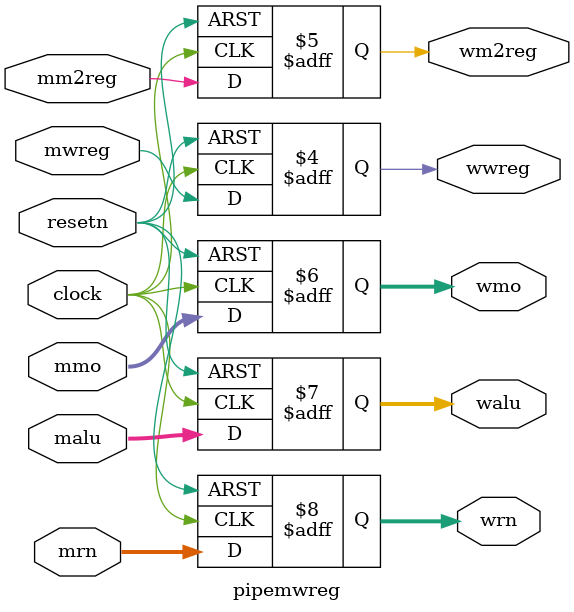
<source format=v>
module pipemwreg(mwreg,mm2reg,mmo,malu,mrn,clock,resetn,wwreg,wm2reg,wmo,walu,wrn);
	input mwreg, mm2reg, clock, resetn;
	input[31:0] mmo, malu;
	input[4:0] mrn;
	output wwreg, wm2reg;
	output[31:0] wmo, walu;
	output[4:0] wrn;

	reg wwreg, wm2reg;
	reg[31:0] wmo, walu;
	reg[4:0] wrn;

	always @ (negedge resetn or posedge clock)
      if (resetn == 0) 
      	begin
          wwreg <= 0;
    	  wm2reg <= 0;
    	  wmo <= 0;
    	  walu <= 0;
    	  wrn <= 0;
      	end 
      else
      	begin
          wwreg <= mwreg;
    	  wm2reg <= mm2reg;
    	  wmo <= mmo;
    	  walu <= malu;
    	  wrn <= mrn;
      	end

    initial
    	begin
    	  wwreg <= 0;
    	  wm2reg <= 0;
    	  wmo <= 0;
    	  walu <= 0;
    	  wrn <= 0;
    	end
endmodule
</source>
